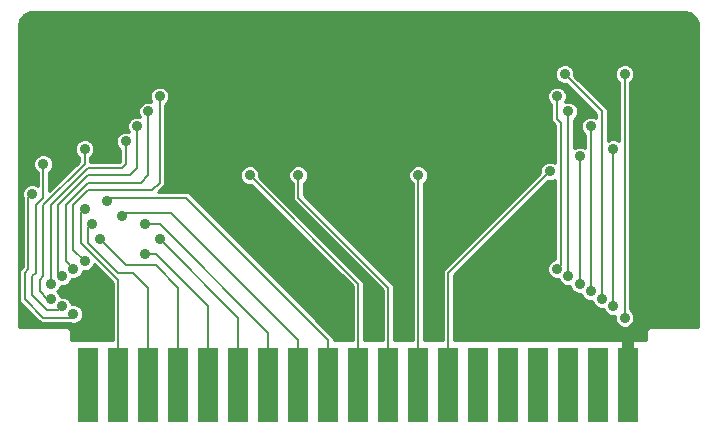
<source format=gbl>
G75*
%MOIN*%
%OFA0B0*%
%FSLAX25Y25*%
%IPPOS*%
%LPD*%
%AMOC8*
5,1,8,0,0,1.08239X$1,22.5*
%
%ADD10R,0.07000X0.25000*%
%ADD11C,0.01000*%
%ADD12C,0.03569*%
%ADD13C,0.04000*%
%ADD14C,0.00800*%
D10*
X0026500Y0013900D03*
X0036500Y0013900D03*
X0046500Y0013900D03*
X0056500Y0013900D03*
X0066500Y0013900D03*
X0076500Y0013900D03*
X0086500Y0013900D03*
X0096500Y0013900D03*
X0106500Y0013900D03*
X0116500Y0013900D03*
X0126500Y0013900D03*
X0136500Y0013900D03*
X0146500Y0013900D03*
X0156500Y0013900D03*
X0166500Y0013900D03*
X0176500Y0013900D03*
X0186500Y0013900D03*
X0196500Y0013900D03*
X0206500Y0013900D03*
D11*
X0212250Y0028900D02*
X0148400Y0028900D01*
X0148400Y0050613D01*
X0179653Y0081866D01*
X0180903Y0081866D01*
X0182100Y0082361D01*
X0182100Y0055934D01*
X0182097Y0055934D01*
X0180890Y0055434D01*
X0179966Y0054510D01*
X0179466Y0053303D01*
X0179466Y0051997D01*
X0179966Y0050790D01*
X0180890Y0049866D01*
X0182097Y0049366D01*
X0183270Y0049366D01*
X0183716Y0048290D01*
X0184640Y0047366D01*
X0185847Y0046866D01*
X0187020Y0046866D01*
X0187466Y0045790D01*
X0188390Y0044866D01*
X0189597Y0044366D01*
X0190770Y0044366D01*
X0191216Y0043290D01*
X0192140Y0042366D01*
X0193347Y0041866D01*
X0194520Y0041866D01*
X0194966Y0040790D01*
X0195890Y0039866D01*
X0197097Y0039366D01*
X0198270Y0039366D01*
X0198716Y0038290D01*
X0199640Y0037366D01*
X0200847Y0036866D01*
X0201966Y0036866D01*
X0201966Y0035747D01*
X0202466Y0034540D01*
X0203390Y0033616D01*
X0204597Y0033116D01*
X0205903Y0033116D01*
X0207110Y0033616D01*
X0208034Y0034540D01*
X0208534Y0035747D01*
X0208534Y0037053D01*
X0208034Y0038260D01*
X0207150Y0039145D01*
X0207150Y0114905D01*
X0208034Y0115790D01*
X0208534Y0116997D01*
X0208534Y0118303D01*
X0208034Y0119510D01*
X0207110Y0120434D01*
X0205903Y0120934D01*
X0204597Y0120934D01*
X0203390Y0120434D01*
X0202466Y0119510D01*
X0201966Y0118303D01*
X0201966Y0116997D01*
X0202466Y0115790D01*
X0203350Y0114905D01*
X0203350Y0095439D01*
X0202153Y0095934D01*
X0200847Y0095934D01*
X0199650Y0095439D01*
X0199650Y0105937D01*
X0188534Y0117053D01*
X0188534Y0118303D01*
X0188034Y0119510D01*
X0187110Y0120434D01*
X0185903Y0120934D01*
X0184597Y0120934D01*
X0183390Y0120434D01*
X0182466Y0119510D01*
X0181966Y0118303D01*
X0181966Y0116997D01*
X0182466Y0115790D01*
X0183390Y0114866D01*
X0184597Y0114366D01*
X0185847Y0114366D01*
X0195850Y0104363D01*
X0195850Y0102939D01*
X0194653Y0103434D01*
X0193347Y0103434D01*
X0192140Y0102934D01*
X0191216Y0102010D01*
X0190716Y0100803D01*
X0190716Y0099497D01*
X0191216Y0098290D01*
X0192100Y0097405D01*
X0192100Y0092939D01*
X0190903Y0093434D01*
X0189597Y0093434D01*
X0188400Y0092939D01*
X0188400Y0102405D01*
X0189284Y0103290D01*
X0189784Y0104497D01*
X0189784Y0105803D01*
X0189284Y0107010D01*
X0188360Y0107934D01*
X0187153Y0108434D01*
X0185847Y0108434D01*
X0185542Y0108308D01*
X0186034Y0109497D01*
X0186034Y0110803D01*
X0185534Y0112010D01*
X0184610Y0112934D01*
X0183403Y0113434D01*
X0182097Y0113434D01*
X0180890Y0112934D01*
X0179966Y0112010D01*
X0179466Y0110803D01*
X0179466Y0109497D01*
X0179966Y0108290D01*
X0180850Y0107405D01*
X0180850Y0101863D01*
X0181963Y0100750D01*
X0182100Y0100613D01*
X0182100Y0087939D01*
X0180903Y0088434D01*
X0179597Y0088434D01*
X0178390Y0087934D01*
X0177466Y0087010D01*
X0176966Y0085803D01*
X0176966Y0084553D01*
X0144600Y0052187D01*
X0144600Y0028900D01*
X0138400Y0028900D01*
X0138400Y0081155D01*
X0139284Y0082040D01*
X0139784Y0083247D01*
X0139784Y0084553D01*
X0139284Y0085760D01*
X0138360Y0086684D01*
X0137153Y0087184D01*
X0135847Y0087184D01*
X0134640Y0086684D01*
X0133716Y0085760D01*
X0133216Y0084553D01*
X0133216Y0083247D01*
X0133716Y0082040D01*
X0134600Y0081155D01*
X0134600Y0028900D01*
X0128400Y0028900D01*
X0128400Y0047187D01*
X0098400Y0077187D01*
X0098400Y0081155D01*
X0099284Y0082040D01*
X0099784Y0083247D01*
X0099784Y0084553D01*
X0099284Y0085760D01*
X0098360Y0086684D01*
X0097153Y0087184D01*
X0095847Y0087184D01*
X0094640Y0086684D01*
X0093716Y0085760D01*
X0093216Y0084553D01*
X0093216Y0083247D01*
X0093716Y0082040D01*
X0094600Y0081155D01*
X0094600Y0075613D01*
X0095713Y0074500D01*
X0124600Y0045613D01*
X0124600Y0028900D01*
X0118400Y0028900D01*
X0118400Y0048437D01*
X0083534Y0083303D01*
X0083534Y0084553D01*
X0083034Y0085760D01*
X0082110Y0086684D01*
X0080903Y0087184D01*
X0079597Y0087184D01*
X0078390Y0086684D01*
X0077466Y0085760D01*
X0076966Y0084553D01*
X0076966Y0083247D01*
X0077466Y0082040D01*
X0078390Y0081116D01*
X0079597Y0080616D01*
X0080847Y0080616D01*
X0114600Y0046863D01*
X0114600Y0028900D01*
X0108400Y0028900D01*
X0108400Y0029687D01*
X0060900Y0077187D01*
X0059787Y0078300D01*
X0049837Y0078300D01*
X0051037Y0079500D01*
X0052150Y0080613D01*
X0052150Y0107405D01*
X0053034Y0108290D01*
X0053534Y0109497D01*
X0053534Y0110803D01*
X0053034Y0112010D01*
X0052110Y0112934D01*
X0050903Y0113434D01*
X0049597Y0113434D01*
X0048390Y0112934D01*
X0047466Y0112010D01*
X0046966Y0110803D01*
X0046966Y0109497D01*
X0047458Y0108308D01*
X0047153Y0108434D01*
X0045847Y0108434D01*
X0044640Y0107934D01*
X0043716Y0107010D01*
X0043216Y0105803D01*
X0043216Y0104497D01*
X0043708Y0103308D01*
X0043403Y0103434D01*
X0042097Y0103434D01*
X0040890Y0102934D01*
X0039966Y0102010D01*
X0039466Y0100803D01*
X0039466Y0099497D01*
X0039958Y0098308D01*
X0039653Y0098434D01*
X0038347Y0098434D01*
X0037140Y0097934D01*
X0036216Y0097010D01*
X0035716Y0095803D01*
X0035716Y0094497D01*
X0036216Y0093290D01*
X0037100Y0092405D01*
X0037100Y0088437D01*
X0036963Y0088300D01*
X0027150Y0088300D01*
X0027150Y0089905D01*
X0028034Y0090790D01*
X0028534Y0091997D01*
X0028534Y0093303D01*
X0028034Y0094510D01*
X0027110Y0095434D01*
X0025903Y0095934D01*
X0024597Y0095934D01*
X0023390Y0095434D01*
X0022466Y0094510D01*
X0021966Y0093303D01*
X0021966Y0091997D01*
X0022466Y0090790D01*
X0023350Y0089905D01*
X0023350Y0088437D01*
X0013400Y0078487D01*
X0013400Y0084905D01*
X0014284Y0085790D01*
X0014784Y0086997D01*
X0014784Y0088303D01*
X0014284Y0089510D01*
X0013360Y0090434D01*
X0012153Y0090934D01*
X0010847Y0090934D01*
X0009640Y0090434D01*
X0008716Y0089510D01*
X0008216Y0088303D01*
X0008216Y0086997D01*
X0008716Y0085790D01*
X0009600Y0084905D01*
X0009600Y0080439D01*
X0008403Y0080934D01*
X0007097Y0080934D01*
X0005890Y0080434D01*
X0004966Y0079510D01*
X0004466Y0078303D01*
X0004466Y0076997D01*
X0004600Y0076673D01*
X0004600Y0053437D01*
X0003350Y0052187D01*
X0003350Y0041863D01*
X0004463Y0040750D01*
X0010713Y0034500D01*
X0020523Y0034500D01*
X0020847Y0034366D01*
X0022153Y0034366D01*
X0023360Y0034866D01*
X0024284Y0035790D01*
X0024784Y0036997D01*
X0024784Y0038303D01*
X0024284Y0039510D01*
X0023360Y0040434D01*
X0022153Y0040934D01*
X0020980Y0040934D01*
X0020534Y0042010D01*
X0019610Y0042934D01*
X0018403Y0043434D01*
X0017230Y0043434D01*
X0016784Y0044510D01*
X0016145Y0045150D01*
X0016784Y0045790D01*
X0017230Y0046866D01*
X0018403Y0046866D01*
X0019610Y0047366D01*
X0020534Y0048290D01*
X0020980Y0049366D01*
X0022153Y0049366D01*
X0023360Y0049866D01*
X0024284Y0050790D01*
X0024730Y0051866D01*
X0025903Y0051866D01*
X0027110Y0052366D01*
X0028034Y0053290D01*
X0028441Y0054272D01*
X0034600Y0048113D01*
X0034600Y0028900D01*
X0020750Y0028900D01*
X0020750Y0032125D01*
X0019725Y0033150D01*
X0003250Y0033150D01*
X0003250Y0132016D01*
X0003308Y0132087D01*
X0003250Y0132729D01*
X0003250Y0133375D01*
X0003247Y0133378D01*
X0003250Y0133819D01*
X0003849Y0135738D01*
X0005136Y0137283D01*
X0006916Y0138218D01*
X0007871Y0138400D01*
X0223366Y0138400D01*
X0223437Y0138342D01*
X0224079Y0138400D01*
X0224725Y0138400D01*
X0224728Y0138403D01*
X0225169Y0138400D01*
X0227088Y0137801D01*
X0228633Y0136514D01*
X0229568Y0134734D01*
X0229750Y0133779D01*
X0229750Y0033150D01*
X0213275Y0033150D01*
X0212250Y0032125D01*
X0212250Y0028900D01*
X0212250Y0029876D02*
X0148400Y0029876D01*
X0148400Y0030875D02*
X0212250Y0030875D01*
X0212250Y0031873D02*
X0148400Y0031873D01*
X0148400Y0032872D02*
X0212997Y0032872D01*
X0208171Y0034869D02*
X0229750Y0034869D01*
X0229750Y0035867D02*
X0208534Y0035867D01*
X0208534Y0036866D02*
X0229750Y0036866D01*
X0229750Y0037864D02*
X0208198Y0037864D01*
X0207432Y0038863D02*
X0229750Y0038863D01*
X0229750Y0039861D02*
X0207150Y0039861D01*
X0207150Y0040860D02*
X0229750Y0040860D01*
X0229750Y0041858D02*
X0207150Y0041858D01*
X0207150Y0042857D02*
X0229750Y0042857D01*
X0229750Y0043855D02*
X0207150Y0043855D01*
X0207150Y0044854D02*
X0229750Y0044854D01*
X0229750Y0045852D02*
X0207150Y0045852D01*
X0207150Y0046851D02*
X0229750Y0046851D01*
X0229750Y0047849D02*
X0207150Y0047849D01*
X0207150Y0048848D02*
X0229750Y0048848D01*
X0229750Y0049846D02*
X0207150Y0049846D01*
X0207150Y0050845D02*
X0229750Y0050845D01*
X0229750Y0051843D02*
X0207150Y0051843D01*
X0207150Y0052842D02*
X0229750Y0052842D01*
X0229750Y0053840D02*
X0207150Y0053840D01*
X0207150Y0054839D02*
X0229750Y0054839D01*
X0229750Y0055837D02*
X0207150Y0055837D01*
X0207150Y0056836D02*
X0229750Y0056836D01*
X0229750Y0057834D02*
X0207150Y0057834D01*
X0207150Y0058833D02*
X0229750Y0058833D01*
X0229750Y0059832D02*
X0207150Y0059832D01*
X0207150Y0060830D02*
X0229750Y0060830D01*
X0229750Y0061829D02*
X0207150Y0061829D01*
X0207150Y0062827D02*
X0229750Y0062827D01*
X0229750Y0063826D02*
X0207150Y0063826D01*
X0207150Y0064824D02*
X0229750Y0064824D01*
X0229750Y0065823D02*
X0207150Y0065823D01*
X0207150Y0066821D02*
X0229750Y0066821D01*
X0229750Y0067820D02*
X0207150Y0067820D01*
X0207150Y0068818D02*
X0229750Y0068818D01*
X0229750Y0069817D02*
X0207150Y0069817D01*
X0207150Y0070815D02*
X0229750Y0070815D01*
X0229750Y0071814D02*
X0207150Y0071814D01*
X0207150Y0072812D02*
X0229750Y0072812D01*
X0229750Y0073811D02*
X0207150Y0073811D01*
X0207150Y0074809D02*
X0229750Y0074809D01*
X0229750Y0075808D02*
X0207150Y0075808D01*
X0207150Y0076806D02*
X0229750Y0076806D01*
X0229750Y0077805D02*
X0207150Y0077805D01*
X0207150Y0078803D02*
X0229750Y0078803D01*
X0229750Y0079802D02*
X0207150Y0079802D01*
X0207150Y0080800D02*
X0229750Y0080800D01*
X0229750Y0081799D02*
X0207150Y0081799D01*
X0207150Y0082797D02*
X0229750Y0082797D01*
X0229750Y0083796D02*
X0207150Y0083796D01*
X0207150Y0084794D02*
X0229750Y0084794D01*
X0229750Y0085793D02*
X0207150Y0085793D01*
X0207150Y0086791D02*
X0229750Y0086791D01*
X0229750Y0087790D02*
X0207150Y0087790D01*
X0207150Y0088788D02*
X0229750Y0088788D01*
X0229750Y0089787D02*
X0207150Y0089787D01*
X0207150Y0090785D02*
X0229750Y0090785D01*
X0229750Y0091784D02*
X0207150Y0091784D01*
X0207150Y0092782D02*
X0229750Y0092782D01*
X0229750Y0093781D02*
X0207150Y0093781D01*
X0207150Y0094779D02*
X0229750Y0094779D01*
X0229750Y0095778D02*
X0207150Y0095778D01*
X0207150Y0096776D02*
X0229750Y0096776D01*
X0229750Y0097775D02*
X0207150Y0097775D01*
X0207150Y0098773D02*
X0229750Y0098773D01*
X0229750Y0099772D02*
X0207150Y0099772D01*
X0207150Y0100770D02*
X0229750Y0100770D01*
X0229750Y0101769D02*
X0207150Y0101769D01*
X0207150Y0102768D02*
X0229750Y0102768D01*
X0229750Y0103766D02*
X0207150Y0103766D01*
X0207150Y0104765D02*
X0229750Y0104765D01*
X0229750Y0105763D02*
X0207150Y0105763D01*
X0207150Y0106762D02*
X0229750Y0106762D01*
X0229750Y0107760D02*
X0207150Y0107760D01*
X0207150Y0108759D02*
X0229750Y0108759D01*
X0229750Y0109757D02*
X0207150Y0109757D01*
X0207150Y0110756D02*
X0229750Y0110756D01*
X0229750Y0111754D02*
X0207150Y0111754D01*
X0207150Y0112753D02*
X0229750Y0112753D01*
X0229750Y0113751D02*
X0207150Y0113751D01*
X0207150Y0114750D02*
X0229750Y0114750D01*
X0229750Y0115748D02*
X0207993Y0115748D01*
X0208431Y0116747D02*
X0229750Y0116747D01*
X0229750Y0117745D02*
X0208534Y0117745D01*
X0208352Y0118744D02*
X0229750Y0118744D01*
X0229750Y0119742D02*
X0207802Y0119742D01*
X0206370Y0120741D02*
X0229750Y0120741D01*
X0229750Y0121739D02*
X0003250Y0121739D01*
X0003250Y0120741D02*
X0184130Y0120741D01*
X0182698Y0119742D02*
X0003250Y0119742D01*
X0003250Y0118744D02*
X0182148Y0118744D01*
X0181966Y0117745D02*
X0003250Y0117745D01*
X0003250Y0116747D02*
X0182069Y0116747D01*
X0182507Y0115748D02*
X0003250Y0115748D01*
X0003250Y0114750D02*
X0183670Y0114750D01*
X0184792Y0112753D02*
X0187460Y0112753D01*
X0186462Y0113751D02*
X0003250Y0113751D01*
X0003250Y0112753D02*
X0048208Y0112753D01*
X0047360Y0111754D02*
X0003250Y0111754D01*
X0003250Y0110756D02*
X0046966Y0110756D01*
X0046966Y0109757D02*
X0003250Y0109757D01*
X0003250Y0108759D02*
X0047271Y0108759D01*
X0044465Y0107760D02*
X0003250Y0107760D01*
X0003250Y0106762D02*
X0043613Y0106762D01*
X0043216Y0105763D02*
X0003250Y0105763D01*
X0003250Y0104765D02*
X0043216Y0104765D01*
X0043518Y0103766D02*
X0003250Y0103766D01*
X0003250Y0102768D02*
X0040723Y0102768D01*
X0039866Y0101769D02*
X0003250Y0101769D01*
X0003250Y0100770D02*
X0039466Y0100770D01*
X0039466Y0099772D02*
X0003250Y0099772D01*
X0003250Y0098773D02*
X0039765Y0098773D01*
X0036980Y0097775D02*
X0003250Y0097775D01*
X0003250Y0096776D02*
X0036119Y0096776D01*
X0035716Y0095778D02*
X0026281Y0095778D01*
X0027765Y0094779D02*
X0035716Y0094779D01*
X0036012Y0093781D02*
X0028336Y0093781D01*
X0028534Y0092782D02*
X0036723Y0092782D01*
X0037100Y0091784D02*
X0028446Y0091784D01*
X0028030Y0090785D02*
X0037100Y0090785D01*
X0037100Y0089787D02*
X0027150Y0089787D01*
X0027150Y0088788D02*
X0037100Y0088788D01*
X0023350Y0088788D02*
X0014583Y0088788D01*
X0014784Y0087790D02*
X0022703Y0087790D01*
X0021704Y0086791D02*
X0014699Y0086791D01*
X0014286Y0085793D02*
X0020706Y0085793D01*
X0019707Y0084794D02*
X0013400Y0084794D01*
X0013400Y0083796D02*
X0018709Y0083796D01*
X0017710Y0082797D02*
X0013400Y0082797D01*
X0013400Y0081799D02*
X0016712Y0081799D01*
X0015713Y0080800D02*
X0013400Y0080800D01*
X0013400Y0079802D02*
X0014715Y0079802D01*
X0013716Y0078803D02*
X0013400Y0078803D01*
X0009600Y0080800D02*
X0008727Y0080800D01*
X0009600Y0081799D02*
X0003250Y0081799D01*
X0003250Y0082797D02*
X0009600Y0082797D01*
X0009600Y0083796D02*
X0003250Y0083796D01*
X0003250Y0084794D02*
X0009600Y0084794D01*
X0008714Y0085793D02*
X0003250Y0085793D01*
X0003250Y0086791D02*
X0008301Y0086791D01*
X0008216Y0087790D02*
X0003250Y0087790D01*
X0003250Y0088788D02*
X0008417Y0088788D01*
X0008992Y0089787D02*
X0003250Y0089787D01*
X0003250Y0090785D02*
X0010487Y0090785D01*
X0012513Y0090785D02*
X0022470Y0090785D01*
X0022054Y0091784D02*
X0003250Y0091784D01*
X0003250Y0092782D02*
X0021966Y0092782D01*
X0022164Y0093781D02*
X0003250Y0093781D01*
X0003250Y0094779D02*
X0022735Y0094779D01*
X0024219Y0095778D02*
X0003250Y0095778D01*
X0014008Y0089787D02*
X0023350Y0089787D01*
X0006773Y0080800D02*
X0003250Y0080800D01*
X0003250Y0079802D02*
X0005257Y0079802D01*
X0004673Y0078803D02*
X0003250Y0078803D01*
X0003250Y0077805D02*
X0004466Y0077805D01*
X0004545Y0076806D02*
X0003250Y0076806D01*
X0003250Y0075808D02*
X0004600Y0075808D01*
X0004600Y0074809D02*
X0003250Y0074809D01*
X0003250Y0073811D02*
X0004600Y0073811D01*
X0004600Y0072812D02*
X0003250Y0072812D01*
X0003250Y0071814D02*
X0004600Y0071814D01*
X0004600Y0070815D02*
X0003250Y0070815D01*
X0003250Y0069817D02*
X0004600Y0069817D01*
X0004600Y0068818D02*
X0003250Y0068818D01*
X0003250Y0067820D02*
X0004600Y0067820D01*
X0004600Y0066821D02*
X0003250Y0066821D01*
X0003250Y0065823D02*
X0004600Y0065823D01*
X0004600Y0064824D02*
X0003250Y0064824D01*
X0003250Y0063826D02*
X0004600Y0063826D01*
X0004600Y0062827D02*
X0003250Y0062827D01*
X0003250Y0061829D02*
X0004600Y0061829D01*
X0004600Y0060830D02*
X0003250Y0060830D01*
X0003250Y0059832D02*
X0004600Y0059832D01*
X0004600Y0058833D02*
X0003250Y0058833D01*
X0003250Y0057834D02*
X0004600Y0057834D01*
X0004600Y0056836D02*
X0003250Y0056836D01*
X0003250Y0055837D02*
X0004600Y0055837D01*
X0004600Y0054839D02*
X0003250Y0054839D01*
X0003250Y0053840D02*
X0004600Y0053840D01*
X0004005Y0052842D02*
X0003250Y0052842D01*
X0003250Y0051843D02*
X0003350Y0051843D01*
X0003350Y0050845D02*
X0003250Y0050845D01*
X0003250Y0049846D02*
X0003350Y0049846D01*
X0003350Y0048848D02*
X0003250Y0048848D01*
X0003250Y0047849D02*
X0003350Y0047849D01*
X0003350Y0046851D02*
X0003250Y0046851D01*
X0003250Y0045852D02*
X0003350Y0045852D01*
X0003350Y0044854D02*
X0003250Y0044854D01*
X0003250Y0043855D02*
X0003350Y0043855D01*
X0003350Y0042857D02*
X0003250Y0042857D01*
X0003250Y0041858D02*
X0003355Y0041858D01*
X0003250Y0040860D02*
X0004353Y0040860D01*
X0005352Y0039861D02*
X0003250Y0039861D01*
X0003250Y0038863D02*
X0006350Y0038863D01*
X0007349Y0037864D02*
X0003250Y0037864D01*
X0003250Y0036866D02*
X0008347Y0036866D01*
X0009346Y0035867D02*
X0003250Y0035867D01*
X0003250Y0034869D02*
X0010344Y0034869D01*
X0003250Y0033870D02*
X0034600Y0033870D01*
X0034600Y0032872D02*
X0020003Y0032872D01*
X0020750Y0031873D02*
X0034600Y0031873D01*
X0034600Y0030875D02*
X0020750Y0030875D01*
X0020750Y0029876D02*
X0034600Y0029876D01*
X0034600Y0034869D02*
X0023363Y0034869D01*
X0024316Y0035867D02*
X0034600Y0035867D01*
X0034600Y0036866D02*
X0024730Y0036866D01*
X0024784Y0037864D02*
X0034600Y0037864D01*
X0034600Y0038863D02*
X0024552Y0038863D01*
X0023933Y0039861D02*
X0034600Y0039861D01*
X0034600Y0040860D02*
X0022333Y0040860D01*
X0020597Y0041858D02*
X0034600Y0041858D01*
X0034600Y0042857D02*
X0019688Y0042857D01*
X0017056Y0043855D02*
X0034600Y0043855D01*
X0034600Y0044854D02*
X0016441Y0044854D01*
X0016810Y0045852D02*
X0034600Y0045852D01*
X0034600Y0046851D02*
X0017224Y0046851D01*
X0020094Y0047849D02*
X0034600Y0047849D01*
X0033865Y0048848D02*
X0020765Y0048848D01*
X0023314Y0049846D02*
X0032867Y0049846D01*
X0031868Y0050845D02*
X0024307Y0050845D01*
X0024721Y0051843D02*
X0030870Y0051843D01*
X0029871Y0052842D02*
X0027587Y0052842D01*
X0028262Y0053840D02*
X0028873Y0053840D01*
X0062279Y0075808D02*
X0085655Y0075808D01*
X0084657Y0076806D02*
X0061281Y0076806D01*
X0060282Y0077805D02*
X0083658Y0077805D01*
X0082660Y0078803D02*
X0050340Y0078803D01*
X0051339Y0079802D02*
X0081661Y0079802D01*
X0085038Y0081799D02*
X0093957Y0081799D01*
X0093402Y0082797D02*
X0084040Y0082797D01*
X0083534Y0083796D02*
X0093216Y0083796D01*
X0093316Y0084794D02*
X0083434Y0084794D01*
X0083002Y0085793D02*
X0093748Y0085793D01*
X0094898Y0086791D02*
X0081852Y0086791D01*
X0078648Y0086791D02*
X0052150Y0086791D01*
X0052150Y0085793D02*
X0077498Y0085793D01*
X0077066Y0084794D02*
X0052150Y0084794D01*
X0052150Y0083796D02*
X0076966Y0083796D01*
X0077152Y0082797D02*
X0052150Y0082797D01*
X0052150Y0081799D02*
X0077707Y0081799D01*
X0079151Y0080800D02*
X0052150Y0080800D01*
X0052150Y0087790D02*
X0178245Y0087790D01*
X0177375Y0086791D02*
X0138102Y0086791D01*
X0139252Y0085793D02*
X0176966Y0085793D01*
X0176966Y0084794D02*
X0139684Y0084794D01*
X0139784Y0083796D02*
X0176209Y0083796D01*
X0175210Y0082797D02*
X0139598Y0082797D01*
X0139043Y0081799D02*
X0174212Y0081799D01*
X0173213Y0080800D02*
X0138400Y0080800D01*
X0138400Y0079802D02*
X0172215Y0079802D01*
X0171216Y0078803D02*
X0138400Y0078803D01*
X0138400Y0077805D02*
X0170218Y0077805D01*
X0169219Y0076806D02*
X0138400Y0076806D01*
X0138400Y0075808D02*
X0168221Y0075808D01*
X0167222Y0074809D02*
X0138400Y0074809D01*
X0138400Y0073811D02*
X0166224Y0073811D01*
X0165225Y0072812D02*
X0138400Y0072812D01*
X0138400Y0071814D02*
X0164227Y0071814D01*
X0163228Y0070815D02*
X0138400Y0070815D01*
X0138400Y0069817D02*
X0162230Y0069817D01*
X0161231Y0068818D02*
X0138400Y0068818D01*
X0138400Y0067820D02*
X0160233Y0067820D01*
X0159234Y0066821D02*
X0138400Y0066821D01*
X0138400Y0065823D02*
X0158236Y0065823D01*
X0157237Y0064824D02*
X0138400Y0064824D01*
X0138400Y0063826D02*
X0156239Y0063826D01*
X0155240Y0062827D02*
X0138400Y0062827D01*
X0138400Y0061829D02*
X0154242Y0061829D01*
X0153243Y0060830D02*
X0138400Y0060830D01*
X0138400Y0059832D02*
X0152245Y0059832D01*
X0151246Y0058833D02*
X0138400Y0058833D01*
X0138400Y0057834D02*
X0150248Y0057834D01*
X0149249Y0056836D02*
X0138400Y0056836D01*
X0138400Y0055837D02*
X0148250Y0055837D01*
X0147252Y0054839D02*
X0138400Y0054839D01*
X0138400Y0053840D02*
X0146253Y0053840D01*
X0145255Y0052842D02*
X0138400Y0052842D01*
X0138400Y0051843D02*
X0144600Y0051843D01*
X0144600Y0050845D02*
X0138400Y0050845D01*
X0138400Y0049846D02*
X0144600Y0049846D01*
X0144600Y0048848D02*
X0138400Y0048848D01*
X0138400Y0047849D02*
X0144600Y0047849D01*
X0144600Y0046851D02*
X0138400Y0046851D01*
X0138400Y0045852D02*
X0144600Y0045852D01*
X0144600Y0044854D02*
X0138400Y0044854D01*
X0138400Y0043855D02*
X0144600Y0043855D01*
X0144600Y0042857D02*
X0138400Y0042857D01*
X0138400Y0041858D02*
X0144600Y0041858D01*
X0144600Y0040860D02*
X0138400Y0040860D01*
X0138400Y0039861D02*
X0144600Y0039861D01*
X0144600Y0038863D02*
X0138400Y0038863D01*
X0138400Y0037864D02*
X0144600Y0037864D01*
X0144600Y0036866D02*
X0138400Y0036866D01*
X0138400Y0035867D02*
X0144600Y0035867D01*
X0144600Y0034869D02*
X0138400Y0034869D01*
X0138400Y0033870D02*
X0144600Y0033870D01*
X0144600Y0032872D02*
X0138400Y0032872D01*
X0138400Y0031873D02*
X0144600Y0031873D01*
X0144600Y0030875D02*
X0138400Y0030875D01*
X0138400Y0029876D02*
X0144600Y0029876D01*
X0148400Y0033870D02*
X0203135Y0033870D01*
X0202329Y0034869D02*
X0148400Y0034869D01*
X0148400Y0035867D02*
X0201966Y0035867D01*
X0200847Y0036866D02*
X0148400Y0036866D01*
X0148400Y0037864D02*
X0199141Y0037864D01*
X0198478Y0038863D02*
X0148400Y0038863D01*
X0148400Y0039861D02*
X0195900Y0039861D01*
X0194937Y0040860D02*
X0148400Y0040860D01*
X0148400Y0041858D02*
X0194523Y0041858D01*
X0191649Y0042857D02*
X0148400Y0042857D01*
X0148400Y0043855D02*
X0190981Y0043855D01*
X0188418Y0044854D02*
X0148400Y0044854D01*
X0148400Y0045852D02*
X0187440Y0045852D01*
X0187026Y0046851D02*
X0148400Y0046851D01*
X0148400Y0047849D02*
X0184156Y0047849D01*
X0183484Y0048848D02*
X0148400Y0048848D01*
X0148400Y0049846D02*
X0180936Y0049846D01*
X0179943Y0050845D02*
X0148632Y0050845D01*
X0149630Y0051843D02*
X0179529Y0051843D01*
X0179466Y0052842D02*
X0150629Y0052842D01*
X0151627Y0053840D02*
X0179688Y0053840D01*
X0180294Y0054839D02*
X0152626Y0054839D01*
X0153624Y0055837D02*
X0181863Y0055837D01*
X0182100Y0056836D02*
X0154623Y0056836D01*
X0155621Y0057834D02*
X0182100Y0057834D01*
X0182100Y0058833D02*
X0156620Y0058833D01*
X0157619Y0059832D02*
X0182100Y0059832D01*
X0182100Y0060830D02*
X0158617Y0060830D01*
X0159616Y0061829D02*
X0182100Y0061829D01*
X0182100Y0062827D02*
X0160614Y0062827D01*
X0161613Y0063826D02*
X0182100Y0063826D01*
X0182100Y0064824D02*
X0162611Y0064824D01*
X0163610Y0065823D02*
X0182100Y0065823D01*
X0182100Y0066821D02*
X0164608Y0066821D01*
X0165607Y0067820D02*
X0182100Y0067820D01*
X0182100Y0068818D02*
X0166605Y0068818D01*
X0167604Y0069817D02*
X0182100Y0069817D01*
X0182100Y0070815D02*
X0168602Y0070815D01*
X0169601Y0071814D02*
X0182100Y0071814D01*
X0182100Y0072812D02*
X0170599Y0072812D01*
X0171598Y0073811D02*
X0182100Y0073811D01*
X0182100Y0074809D02*
X0172596Y0074809D01*
X0173595Y0075808D02*
X0182100Y0075808D01*
X0182100Y0076806D02*
X0174593Y0076806D01*
X0175592Y0077805D02*
X0182100Y0077805D01*
X0182100Y0078803D02*
X0176590Y0078803D01*
X0177589Y0079802D02*
X0182100Y0079802D01*
X0182100Y0080800D02*
X0178587Y0080800D01*
X0179586Y0081799D02*
X0182100Y0081799D01*
X0182100Y0088788D02*
X0052150Y0088788D01*
X0052150Y0089787D02*
X0182100Y0089787D01*
X0182100Y0090785D02*
X0052150Y0090785D01*
X0052150Y0091784D02*
X0182100Y0091784D01*
X0182100Y0092782D02*
X0052150Y0092782D01*
X0052150Y0093781D02*
X0182100Y0093781D01*
X0182100Y0094779D02*
X0052150Y0094779D01*
X0052150Y0095778D02*
X0182100Y0095778D01*
X0182100Y0096776D02*
X0052150Y0096776D01*
X0052150Y0097775D02*
X0182100Y0097775D01*
X0182100Y0098773D02*
X0052150Y0098773D01*
X0052150Y0099772D02*
X0182100Y0099772D01*
X0181943Y0100770D02*
X0052150Y0100770D01*
X0052150Y0101769D02*
X0180944Y0101769D01*
X0180850Y0102768D02*
X0052150Y0102768D01*
X0052150Y0103766D02*
X0180850Y0103766D01*
X0180850Y0104765D02*
X0052150Y0104765D01*
X0052150Y0105763D02*
X0180850Y0105763D01*
X0180850Y0106762D02*
X0052150Y0106762D01*
X0052505Y0107760D02*
X0180495Y0107760D01*
X0179771Y0108759D02*
X0053228Y0108759D01*
X0053534Y0109757D02*
X0179466Y0109757D01*
X0179466Y0110756D02*
X0053534Y0110756D01*
X0053140Y0111754D02*
X0179860Y0111754D01*
X0180708Y0112753D02*
X0052292Y0112753D01*
X0005959Y0137715D02*
X0227192Y0137715D01*
X0228390Y0136717D02*
X0004664Y0136717D01*
X0003842Y0135718D02*
X0229051Y0135718D01*
X0229570Y0134720D02*
X0003531Y0134720D01*
X0003250Y0133721D02*
X0229750Y0133721D01*
X0229750Y0132723D02*
X0003251Y0132723D01*
X0003250Y0131724D02*
X0229750Y0131724D01*
X0229750Y0130726D02*
X0003250Y0130726D01*
X0003250Y0129727D02*
X0229750Y0129727D01*
X0229750Y0128729D02*
X0003250Y0128729D01*
X0003250Y0127730D02*
X0229750Y0127730D01*
X0229750Y0126732D02*
X0003250Y0126732D01*
X0003250Y0125733D02*
X0229750Y0125733D01*
X0229750Y0124735D02*
X0003250Y0124735D01*
X0003250Y0123736D02*
X0229750Y0123736D01*
X0229750Y0122738D02*
X0003250Y0122738D01*
X0063278Y0074809D02*
X0086654Y0074809D01*
X0087652Y0073811D02*
X0064276Y0073811D01*
X0065275Y0072812D02*
X0088651Y0072812D01*
X0089649Y0071814D02*
X0066273Y0071814D01*
X0067272Y0070815D02*
X0090648Y0070815D01*
X0091646Y0069817D02*
X0068270Y0069817D01*
X0069269Y0068818D02*
X0092645Y0068818D01*
X0093643Y0067820D02*
X0070267Y0067820D01*
X0071266Y0066821D02*
X0094642Y0066821D01*
X0095640Y0065823D02*
X0072264Y0065823D01*
X0073263Y0064824D02*
X0096639Y0064824D01*
X0097637Y0063826D02*
X0074261Y0063826D01*
X0075260Y0062827D02*
X0098636Y0062827D01*
X0099634Y0061829D02*
X0076258Y0061829D01*
X0077257Y0060830D02*
X0100633Y0060830D01*
X0101631Y0059832D02*
X0078255Y0059832D01*
X0079254Y0058833D02*
X0102630Y0058833D01*
X0103628Y0057834D02*
X0080252Y0057834D01*
X0081251Y0056836D02*
X0104627Y0056836D01*
X0105626Y0055837D02*
X0082250Y0055837D01*
X0083248Y0054839D02*
X0106624Y0054839D01*
X0107623Y0053840D02*
X0084247Y0053840D01*
X0085245Y0052842D02*
X0108621Y0052842D01*
X0109620Y0051843D02*
X0086244Y0051843D01*
X0087242Y0050845D02*
X0110618Y0050845D01*
X0111617Y0049846D02*
X0088241Y0049846D01*
X0089239Y0048848D02*
X0112615Y0048848D01*
X0113614Y0047849D02*
X0090238Y0047849D01*
X0091236Y0046851D02*
X0114600Y0046851D01*
X0114600Y0045852D02*
X0092235Y0045852D01*
X0093233Y0044854D02*
X0114600Y0044854D01*
X0114600Y0043855D02*
X0094232Y0043855D01*
X0095230Y0042857D02*
X0114600Y0042857D01*
X0114600Y0041858D02*
X0096229Y0041858D01*
X0097227Y0040860D02*
X0114600Y0040860D01*
X0114600Y0039861D02*
X0098226Y0039861D01*
X0099224Y0038863D02*
X0114600Y0038863D01*
X0114600Y0037864D02*
X0100223Y0037864D01*
X0101221Y0036866D02*
X0114600Y0036866D01*
X0114600Y0035867D02*
X0102220Y0035867D01*
X0103218Y0034869D02*
X0114600Y0034869D01*
X0114600Y0033870D02*
X0104217Y0033870D01*
X0105215Y0032872D02*
X0114600Y0032872D01*
X0114600Y0031873D02*
X0106214Y0031873D01*
X0107212Y0030875D02*
X0114600Y0030875D01*
X0114600Y0029876D02*
X0108211Y0029876D01*
X0118400Y0029876D02*
X0124600Y0029876D01*
X0124600Y0030875D02*
X0118400Y0030875D01*
X0118400Y0031873D02*
X0124600Y0031873D01*
X0124600Y0032872D02*
X0118400Y0032872D01*
X0118400Y0033870D02*
X0124600Y0033870D01*
X0124600Y0034869D02*
X0118400Y0034869D01*
X0118400Y0035867D02*
X0124600Y0035867D01*
X0124600Y0036866D02*
X0118400Y0036866D01*
X0118400Y0037864D02*
X0124600Y0037864D01*
X0124600Y0038863D02*
X0118400Y0038863D01*
X0118400Y0039861D02*
X0124600Y0039861D01*
X0124600Y0040860D02*
X0118400Y0040860D01*
X0118400Y0041858D02*
X0124600Y0041858D01*
X0124600Y0042857D02*
X0118400Y0042857D01*
X0118400Y0043855D02*
X0124600Y0043855D01*
X0124600Y0044854D02*
X0118400Y0044854D01*
X0118400Y0045852D02*
X0124361Y0045852D01*
X0123362Y0046851D02*
X0118400Y0046851D01*
X0118400Y0047849D02*
X0122364Y0047849D01*
X0121365Y0048848D02*
X0117989Y0048848D01*
X0116991Y0049846D02*
X0120367Y0049846D01*
X0119368Y0050845D02*
X0115992Y0050845D01*
X0114994Y0051843D02*
X0118370Y0051843D01*
X0117371Y0052842D02*
X0113995Y0052842D01*
X0112997Y0053840D02*
X0116373Y0053840D01*
X0115374Y0054839D02*
X0111998Y0054839D01*
X0111000Y0055837D02*
X0114376Y0055837D01*
X0113377Y0056836D02*
X0110001Y0056836D01*
X0109002Y0057834D02*
X0112378Y0057834D01*
X0111380Y0058833D02*
X0108004Y0058833D01*
X0107005Y0059832D02*
X0110381Y0059832D01*
X0109383Y0060830D02*
X0106007Y0060830D01*
X0105008Y0061829D02*
X0108384Y0061829D01*
X0107386Y0062827D02*
X0104010Y0062827D01*
X0103011Y0063826D02*
X0106387Y0063826D01*
X0105389Y0064824D02*
X0102013Y0064824D01*
X0101014Y0065823D02*
X0104390Y0065823D01*
X0103392Y0066821D02*
X0100016Y0066821D01*
X0099017Y0067820D02*
X0102393Y0067820D01*
X0101395Y0068818D02*
X0098019Y0068818D01*
X0097020Y0069817D02*
X0100396Y0069817D01*
X0099398Y0070815D02*
X0096022Y0070815D01*
X0095023Y0071814D02*
X0098399Y0071814D01*
X0097401Y0072812D02*
X0094025Y0072812D01*
X0093026Y0073811D02*
X0096402Y0073811D01*
X0095404Y0074809D02*
X0092028Y0074809D01*
X0091029Y0075808D02*
X0094600Y0075808D01*
X0094600Y0076806D02*
X0090031Y0076806D01*
X0089032Y0077805D02*
X0094600Y0077805D01*
X0094600Y0078803D02*
X0088034Y0078803D01*
X0087035Y0079802D02*
X0094600Y0079802D01*
X0094600Y0080800D02*
X0086037Y0080800D01*
X0098400Y0080800D02*
X0134600Y0080800D01*
X0134600Y0079802D02*
X0098400Y0079802D01*
X0098400Y0078803D02*
X0134600Y0078803D01*
X0134600Y0077805D02*
X0098400Y0077805D01*
X0098781Y0076806D02*
X0134600Y0076806D01*
X0134600Y0075808D02*
X0099779Y0075808D01*
X0100778Y0074809D02*
X0134600Y0074809D01*
X0134600Y0073811D02*
X0101776Y0073811D01*
X0102775Y0072812D02*
X0134600Y0072812D01*
X0134600Y0071814D02*
X0103773Y0071814D01*
X0104772Y0070815D02*
X0134600Y0070815D01*
X0134600Y0069817D02*
X0105770Y0069817D01*
X0106769Y0068818D02*
X0134600Y0068818D01*
X0134600Y0067820D02*
X0107767Y0067820D01*
X0108766Y0066821D02*
X0134600Y0066821D01*
X0134600Y0065823D02*
X0109764Y0065823D01*
X0110763Y0064824D02*
X0134600Y0064824D01*
X0134600Y0063826D02*
X0111761Y0063826D01*
X0112760Y0062827D02*
X0134600Y0062827D01*
X0134600Y0061829D02*
X0113758Y0061829D01*
X0114757Y0060830D02*
X0134600Y0060830D01*
X0134600Y0059832D02*
X0115755Y0059832D01*
X0116754Y0058833D02*
X0134600Y0058833D01*
X0134600Y0057834D02*
X0117752Y0057834D01*
X0118751Y0056836D02*
X0134600Y0056836D01*
X0134600Y0055837D02*
X0119750Y0055837D01*
X0120748Y0054839D02*
X0134600Y0054839D01*
X0134600Y0053840D02*
X0121747Y0053840D01*
X0122745Y0052842D02*
X0134600Y0052842D01*
X0134600Y0051843D02*
X0123744Y0051843D01*
X0124742Y0050845D02*
X0134600Y0050845D01*
X0134600Y0049846D02*
X0125741Y0049846D01*
X0126739Y0048848D02*
X0134600Y0048848D01*
X0134600Y0047849D02*
X0127738Y0047849D01*
X0128400Y0046851D02*
X0134600Y0046851D01*
X0134600Y0045852D02*
X0128400Y0045852D01*
X0128400Y0044854D02*
X0134600Y0044854D01*
X0134600Y0043855D02*
X0128400Y0043855D01*
X0128400Y0042857D02*
X0134600Y0042857D01*
X0134600Y0041858D02*
X0128400Y0041858D01*
X0128400Y0040860D02*
X0134600Y0040860D01*
X0134600Y0039861D02*
X0128400Y0039861D01*
X0128400Y0038863D02*
X0134600Y0038863D01*
X0134600Y0037864D02*
X0128400Y0037864D01*
X0128400Y0036866D02*
X0134600Y0036866D01*
X0134600Y0035867D02*
X0128400Y0035867D01*
X0128400Y0034869D02*
X0134600Y0034869D01*
X0134600Y0033870D02*
X0128400Y0033870D01*
X0128400Y0032872D02*
X0134600Y0032872D01*
X0134600Y0031873D02*
X0128400Y0031873D01*
X0128400Y0030875D02*
X0134600Y0030875D01*
X0134600Y0029876D02*
X0128400Y0029876D01*
X0207365Y0033870D02*
X0229750Y0033870D01*
X0133957Y0081799D02*
X0099043Y0081799D01*
X0099598Y0082797D02*
X0133402Y0082797D01*
X0133216Y0083796D02*
X0099784Y0083796D01*
X0099684Y0084794D02*
X0133316Y0084794D01*
X0133748Y0085793D02*
X0099252Y0085793D01*
X0098102Y0086791D02*
X0134898Y0086791D01*
X0185728Y0108759D02*
X0191454Y0108759D01*
X0190456Y0109757D02*
X0186034Y0109757D01*
X0186034Y0110756D02*
X0189457Y0110756D01*
X0188459Y0111754D02*
X0185640Y0111754D01*
X0188535Y0107760D02*
X0192453Y0107760D01*
X0193451Y0106762D02*
X0189387Y0106762D01*
X0189784Y0105763D02*
X0194450Y0105763D01*
X0195448Y0104765D02*
X0189784Y0104765D01*
X0189482Y0103766D02*
X0195850Y0103766D01*
X0199650Y0103766D02*
X0203350Y0103766D01*
X0203350Y0102768D02*
X0199650Y0102768D01*
X0199650Y0101769D02*
X0203350Y0101769D01*
X0203350Y0100770D02*
X0199650Y0100770D01*
X0199650Y0099772D02*
X0203350Y0099772D01*
X0203350Y0098773D02*
X0199650Y0098773D01*
X0199650Y0097775D02*
X0203350Y0097775D01*
X0203350Y0096776D02*
X0199650Y0096776D01*
X0199650Y0095778D02*
X0200469Y0095778D01*
X0202531Y0095778D02*
X0203350Y0095778D01*
X0192100Y0095778D02*
X0188400Y0095778D01*
X0188400Y0096776D02*
X0192100Y0096776D01*
X0191730Y0097775D02*
X0188400Y0097775D01*
X0188400Y0098773D02*
X0191015Y0098773D01*
X0190716Y0099772D02*
X0188400Y0099772D01*
X0188400Y0100770D02*
X0190716Y0100770D01*
X0191116Y0101769D02*
X0188400Y0101769D01*
X0188762Y0102768D02*
X0191973Y0102768D01*
X0198825Y0106762D02*
X0203350Y0106762D01*
X0203350Y0107760D02*
X0197827Y0107760D01*
X0196828Y0108759D02*
X0203350Y0108759D01*
X0203350Y0109757D02*
X0195830Y0109757D01*
X0194831Y0110756D02*
X0203350Y0110756D01*
X0203350Y0111754D02*
X0193833Y0111754D01*
X0192834Y0112753D02*
X0203350Y0112753D01*
X0203350Y0113751D02*
X0191836Y0113751D01*
X0190837Y0114750D02*
X0203350Y0114750D01*
X0202507Y0115748D02*
X0189839Y0115748D01*
X0188840Y0116747D02*
X0202069Y0116747D01*
X0201966Y0117745D02*
X0188534Y0117745D01*
X0188352Y0118744D02*
X0202148Y0118744D01*
X0202698Y0119742D02*
X0187802Y0119742D01*
X0186370Y0120741D02*
X0204130Y0120741D01*
X0203350Y0105763D02*
X0199650Y0105763D01*
X0199650Y0104765D02*
X0203350Y0104765D01*
X0192100Y0094779D02*
X0188400Y0094779D01*
X0188400Y0093781D02*
X0192100Y0093781D01*
D12*
X0190250Y0090150D03*
X0180250Y0085150D03*
X0201500Y0092650D03*
X0194000Y0100150D03*
X0186500Y0105150D03*
X0182750Y0110150D03*
X0185250Y0117650D03*
X0205250Y0117650D03*
X0225250Y0111400D03*
X0225250Y0091400D03*
X0225250Y0076400D03*
X0225250Y0063900D03*
X0214000Y0051400D03*
X0210250Y0046400D03*
X0201500Y0040150D03*
X0197750Y0042650D03*
X0194000Y0045150D03*
X0190250Y0047650D03*
X0186500Y0050150D03*
X0182750Y0052650D03*
X0205250Y0036400D03*
X0219000Y0035150D03*
X0226500Y0035150D03*
X0225250Y0050150D03*
X0136500Y0083900D03*
X0096500Y0083900D03*
X0080250Y0083900D03*
X0050250Y0062650D03*
X0045250Y0067650D03*
X0037750Y0070150D03*
X0032750Y0075150D03*
X0025250Y0072650D03*
X0027750Y0067650D03*
X0030250Y0062650D03*
X0025250Y0055150D03*
X0021500Y0052650D03*
X0017750Y0050150D03*
X0014000Y0047650D03*
X0014000Y0042650D03*
X0017750Y0040150D03*
X0021500Y0037650D03*
X0006500Y0035150D03*
X0045250Y0057650D03*
X0007750Y0077650D03*
X0006500Y0083900D03*
X0011500Y0087650D03*
X0025250Y0092650D03*
X0039000Y0095150D03*
X0042750Y0100150D03*
X0046500Y0105150D03*
X0050250Y0110150D03*
X0049000Y0120150D03*
X0041500Y0132650D03*
X0016500Y0132650D03*
X0009000Y0127650D03*
X0066500Y0132650D03*
X0091500Y0132650D03*
X0119000Y0132650D03*
X0146500Y0132650D03*
X0171500Y0132650D03*
X0199000Y0132650D03*
X0224000Y0131400D03*
X0111500Y0045150D03*
X0111500Y0032650D03*
D13*
X0206500Y0031400D02*
X0206500Y0013900D01*
D14*
X0205250Y0036400D02*
X0205250Y0117650D01*
X0197750Y0105150D02*
X0185250Y0117650D01*
X0182750Y0110150D02*
X0182750Y0102650D01*
X0184000Y0101400D01*
X0184000Y0053900D01*
X0182750Y0052650D01*
X0186500Y0050150D02*
X0186500Y0105150D01*
X0194000Y0100150D02*
X0194000Y0045150D01*
X0197750Y0042650D02*
X0197750Y0105150D01*
X0201500Y0092650D02*
X0201500Y0040150D01*
X0190250Y0047650D02*
X0190250Y0090150D01*
X0180250Y0085150D02*
X0146500Y0051400D01*
X0146500Y0013900D01*
X0136500Y0013900D02*
X0136500Y0083900D01*
X0126500Y0046400D02*
X0096500Y0076400D01*
X0096500Y0083900D01*
X0080250Y0083900D02*
X0116500Y0047650D01*
X0116500Y0013900D01*
X0126500Y0013900D02*
X0126500Y0046400D01*
X0106500Y0028900D02*
X0059000Y0076400D01*
X0034000Y0076400D01*
X0032750Y0075150D01*
X0037750Y0070150D02*
X0039000Y0071400D01*
X0054000Y0071400D01*
X0096500Y0028900D01*
X0096500Y0013900D01*
X0086500Y0013900D02*
X0086500Y0031400D01*
X0050250Y0067650D01*
X0045250Y0067650D01*
X0050250Y0062650D02*
X0076500Y0036400D01*
X0076500Y0013900D01*
X0066500Y0013900D02*
X0066500Y0040150D01*
X0049000Y0057650D01*
X0045250Y0057650D01*
X0049000Y0053900D02*
X0039000Y0053900D01*
X0030250Y0062650D01*
X0026500Y0061400D02*
X0026500Y0066400D01*
X0027750Y0067650D01*
X0024000Y0071400D02*
X0025250Y0072650D01*
X0024000Y0071400D02*
X0024000Y0061400D01*
X0036500Y0048900D01*
X0036500Y0013900D01*
X0046500Y0013900D02*
X0046500Y0046400D01*
X0041500Y0051400D01*
X0036500Y0051400D01*
X0026500Y0061400D01*
X0021500Y0058900D02*
X0021500Y0073900D01*
X0026500Y0078900D01*
X0047750Y0078900D01*
X0050250Y0081400D01*
X0050250Y0110150D01*
X0046500Y0105150D02*
X0046500Y0083900D01*
X0044000Y0081400D01*
X0026500Y0081400D01*
X0019000Y0073900D01*
X0019000Y0055150D01*
X0021500Y0052650D01*
X0025250Y0055150D02*
X0021500Y0058900D01*
X0016500Y0051400D02*
X0016500Y0073900D01*
X0026500Y0083900D01*
X0040250Y0083900D01*
X0042750Y0086400D01*
X0042750Y0100150D01*
X0039000Y0095150D02*
X0039000Y0087650D01*
X0037750Y0086400D01*
X0026500Y0086400D01*
X0014000Y0073900D01*
X0014000Y0047650D01*
X0011500Y0050150D02*
X0011500Y0073900D01*
X0025250Y0087650D01*
X0025250Y0092650D01*
X0011500Y0087650D02*
X0011500Y0076400D01*
X0009000Y0073900D01*
X0009000Y0051400D01*
X0007750Y0050150D01*
X0007750Y0043900D01*
X0012750Y0038900D01*
X0016500Y0038900D01*
X0017750Y0040150D01*
X0014000Y0042650D02*
X0012750Y0042650D01*
X0010250Y0045150D01*
X0010250Y0048900D01*
X0011500Y0050150D01*
X0006500Y0052650D02*
X0006500Y0076400D01*
X0007750Y0077650D01*
X0006500Y0052650D02*
X0005250Y0051400D01*
X0005250Y0042650D01*
X0011500Y0036400D01*
X0020250Y0036400D01*
X0021500Y0037650D01*
X0017750Y0050150D02*
X0016500Y0051400D01*
X0049000Y0053900D02*
X0056500Y0046400D01*
X0056500Y0013900D01*
X0106500Y0013900D02*
X0106500Y0028900D01*
M02*

</source>
